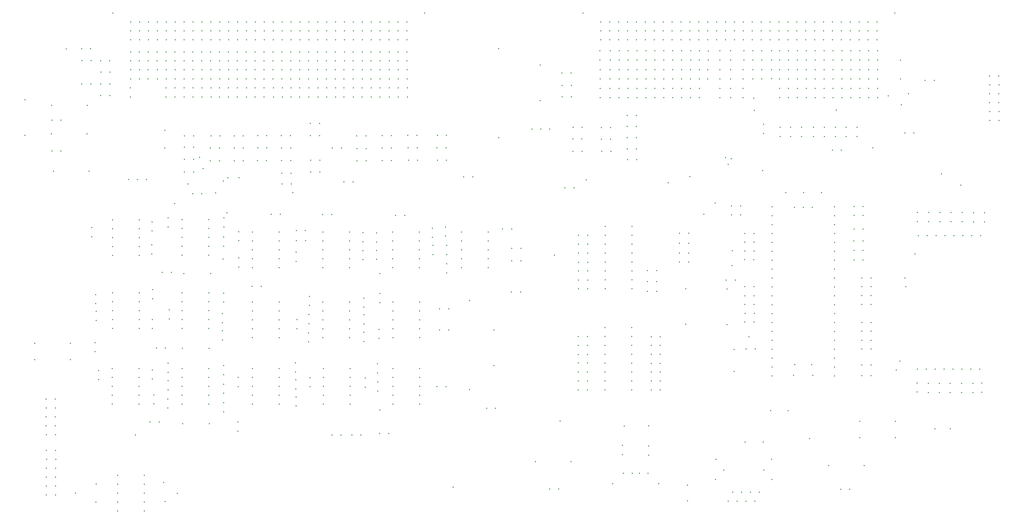
<source format=gbo>
%TF.GenerationSoftware,KiCad,Pcbnew,7.0.5*%
%TF.CreationDate,2024-12-04T21:25:03-05:00*%
%TF.ProjectId,selftest_bd,73656c66-7465-4737-945f-62642e6b6963,2.1*%
%TF.SameCoordinates,Original*%
%TF.FileFunction,Legend,Bot*%
%TF.FilePolarity,Positive*%
%FSLAX46Y46*%
G04 Gerber Fmt 4.6, Leading zero omitted, Abs format (unit mm)*
G04 Created by KiCad (PCBNEW 7.0.5) date 2024-12-04 21:25:03*
%MOMM*%
%LPD*%
G01*
G04 APERTURE LIST*
%ADD10C,0.350000*%
G04 APERTURE END LIST*
D10*
X267259000Y-71315000D03*
X261925000Y-104462000D03*
X264592000Y-80662200D03*
X263372800Y-28770000D03*
X196901000Y-50995000D03*
X71044000Y-59592300D03*
X69977200Y-72813600D03*
X67818200Y-53877300D03*
X59944200Y-51325200D03*
X221462800Y-30395600D03*
X221259600Y-26890400D03*
X210261400Y-56786200D03*
X207086400Y-59986600D03*
X213221100Y-43813332D03*
X223799600Y-47515200D03*
X214020600Y-45774700D03*
X214820100Y-44175700D03*
X203047800Y-49267800D03*
X70085450Y-50505750D03*
X74574600Y-49623400D03*
X265404800Y-25620400D03*
X173558400Y-50156800D03*
X71298000Y-49598000D03*
X164490600Y-71645200D03*
X56210400Y-56938600D03*
X64313000Y-46931000D03*
X44983600Y-122978600D03*
X63322400Y-43756000D03*
X114681200Y-76928400D03*
X89833833Y-53842300D03*
X262941000Y-101922000D03*
X264338000Y-78173000D03*
X205740200Y-26717200D03*
X205740200Y-24117200D03*
X91846600Y-13648665D03*
X91846600Y-16248665D03*
X63959600Y-26548665D03*
X63959600Y-23948665D03*
X243840200Y-26717200D03*
X243840200Y-24117200D03*
X238760200Y-21383200D03*
X238760200Y-18783200D03*
X122859600Y-44548665D03*
X125459600Y-44548665D03*
X215701800Y-98590000D03*
X27923500Y-139564335D03*
X254686000Y-98462200D03*
X252086000Y-98462200D03*
X66559600Y-26548665D03*
X66559600Y-23948665D03*
X248920200Y-15964065D03*
X248920200Y-13364065D03*
X86765187Y-13648665D03*
X86765187Y-16248665D03*
X48559600Y-21348665D03*
X48559600Y-18748665D03*
X233680200Y-26717200D03*
X233680200Y-24117200D03*
X259639000Y-26230000D03*
X202717600Y-73666800D03*
X200117600Y-73666800D03*
X163063200Y-138421800D03*
X165603200Y-138421800D03*
X74422200Y-67560400D03*
X74422200Y-64960400D03*
X185237800Y-38176065D03*
X187837800Y-38176065D03*
X110115200Y-93726200D03*
X110115200Y-96326200D03*
X69828200Y-88398400D03*
X69828200Y-90998400D03*
X121772400Y-60367600D03*
X119172400Y-60367600D03*
X247641200Y-37784065D03*
X247641200Y-35184065D03*
X48644022Y-13648665D03*
X48644022Y-16248665D03*
X61351077Y-13648665D03*
X61351077Y-16248665D03*
X202387400Y-141774600D03*
X191313000Y-120337000D03*
X182880200Y-21383200D03*
X182880200Y-18783200D03*
X185420200Y-21383200D03*
X185420200Y-18783200D03*
X91851005Y-18748665D03*
X91851005Y-21348665D03*
X215981000Y-78808000D03*
X213381000Y-78808000D03*
X211582200Y-15964065D03*
X211582200Y-13364065D03*
X29739600Y-16178665D03*
X32339600Y-16178665D03*
X193552800Y-76115600D03*
X190952800Y-76115600D03*
X182831200Y-26717200D03*
X182831200Y-24117200D03*
X271120600Y-62074000D03*
X271120600Y-59474000D03*
X125948400Y-75221600D03*
X125948400Y-72681600D03*
X125948400Y-70141600D03*
X125948400Y-67601600D03*
X125948400Y-65061600D03*
X118328400Y-65061600D03*
X118328400Y-67601600D03*
X118328400Y-70141600D03*
X118328400Y-72681600D03*
X118328400Y-75221600D03*
X187888600Y-44449865D03*
X185288600Y-44449865D03*
X248920200Y-21383200D03*
X248920200Y-18783200D03*
X180331200Y-21383200D03*
X180331200Y-18783200D03*
X117959600Y-37548665D03*
X115359600Y-37548665D03*
X33723500Y-142164335D03*
X58849600Y-16248665D03*
X58849600Y-13648665D03*
X133742200Y-68921800D03*
X133742200Y-71521800D03*
X126015200Y-114226200D03*
X126015200Y-111686200D03*
X126015200Y-109146200D03*
X126015200Y-106606200D03*
X126015200Y-104066200D03*
X118395200Y-104066200D03*
X118395200Y-106606200D03*
X118395200Y-109146200D03*
X118395200Y-111686200D03*
X118395200Y-114226200D03*
X218757210Y-70463210D03*
X221357210Y-70463210D03*
X89439600Y-51358665D03*
X86839600Y-51358665D03*
X246380200Y-15964065D03*
X246380200Y-13364065D03*
X200660200Y-21383200D03*
X200660200Y-18783200D03*
X54337600Y-63610600D03*
X54337600Y-61010600D03*
X283767800Y-108245000D03*
X283767800Y-110845000D03*
X68975310Y-13648665D03*
X68975310Y-16248665D03*
X173958600Y-68581800D03*
X171358600Y-68581800D03*
X202717600Y-71096800D03*
X200117600Y-71096800D03*
X54661000Y-89887000D03*
X54661000Y-87287000D03*
X112166600Y-18748665D03*
X112166600Y-21348665D03*
X81682365Y-13648665D03*
X81682365Y-16248665D03*
X252457210Y-60363210D03*
X249857210Y-60363210D03*
X97559600Y-47948665D03*
X94959600Y-47948665D03*
X173958600Y-71081800D03*
X171358600Y-71081800D03*
X119859600Y-13648665D03*
X119859600Y-16248665D03*
X218757210Y-83263210D03*
X221357210Y-83263210D03*
X66025200Y-98276200D03*
X58405200Y-98276200D03*
X224129800Y-132960800D03*
X212699800Y-132960800D03*
X222859800Y-139310800D03*
X221589800Y-141850800D03*
X220319800Y-139310800D03*
X219049800Y-141850800D03*
X217779800Y-139310800D03*
X216509800Y-141850800D03*
X215239800Y-139310800D03*
X213969800Y-141850800D03*
X226439800Y-135710800D03*
X226329800Y-129910800D03*
X210499800Y-129910800D03*
X210389800Y-135710800D03*
X84223776Y-13648665D03*
X84223776Y-16248665D03*
X256540200Y-15964065D03*
X256540200Y-13364065D03*
X117959600Y-44648665D03*
X115359600Y-44648665D03*
X122352000Y-5165335D03*
X119812000Y-5165335D03*
X117272000Y-5165335D03*
X114732000Y-5165335D03*
X112192000Y-5165335D03*
X109652000Y-5165335D03*
X107112000Y-5165335D03*
X104572000Y-5165335D03*
X102032000Y-5165335D03*
X99492000Y-5165335D03*
X96952000Y-5165335D03*
X94412000Y-5165335D03*
X91872000Y-5165335D03*
X89332000Y-5165335D03*
X86792000Y-5165335D03*
X84252000Y-5165335D03*
X81712000Y-5165335D03*
X79172000Y-5165335D03*
X76632000Y-5165335D03*
X74092000Y-5165335D03*
X71552000Y-5165335D03*
X69012000Y-5165335D03*
X66472000Y-5165335D03*
X63932000Y-5165335D03*
X61392000Y-5165335D03*
X58852000Y-5165335D03*
X56312000Y-5165335D03*
X53772000Y-5165335D03*
X51232000Y-5165335D03*
X48692000Y-5165335D03*
X46152000Y-5165335D03*
X43612000Y-5165335D03*
X122352000Y-7705335D03*
X119812000Y-7705335D03*
X117272000Y-7705335D03*
X114732000Y-7705335D03*
X112192000Y-7705335D03*
X109652000Y-7705335D03*
X107112000Y-7705335D03*
X104572000Y-7705335D03*
X102032000Y-7705335D03*
X99492000Y-7705335D03*
X96952000Y-7705335D03*
X94412000Y-7705335D03*
X91872000Y-7705335D03*
X89332000Y-7705335D03*
X86792000Y-7705335D03*
X84252000Y-7705335D03*
X81712000Y-7705335D03*
X79172000Y-7705335D03*
X76632000Y-7705335D03*
X74092000Y-7705335D03*
X71552000Y-7705335D03*
X69012000Y-7705335D03*
X66472000Y-7705335D03*
X63932000Y-7705335D03*
X61392000Y-7705335D03*
X58852000Y-7705335D03*
X56312000Y-7705335D03*
X53772000Y-7705335D03*
X51232000Y-7705335D03*
X48692000Y-7705335D03*
X46152000Y-7705335D03*
X43612000Y-7705335D03*
X122352000Y-10245335D03*
X119812000Y-10245335D03*
X117272000Y-10245335D03*
X114732000Y-10245335D03*
X112192000Y-10245335D03*
X109652000Y-10245335D03*
X107112000Y-10245335D03*
X104572000Y-10245335D03*
X102032000Y-10245335D03*
X99492000Y-10245335D03*
X96952000Y-10245335D03*
X94412000Y-10245335D03*
X91872000Y-10245335D03*
X89332000Y-10245335D03*
X86792000Y-10245335D03*
X84252000Y-10245335D03*
X81712000Y-10245335D03*
X79172000Y-10245335D03*
X76632000Y-10245335D03*
X74092000Y-10245335D03*
X71552000Y-10245335D03*
X69012000Y-10245335D03*
X66472000Y-10245335D03*
X63932000Y-10245335D03*
X61392000Y-10245335D03*
X58852000Y-10245335D03*
X56312000Y-10245335D03*
X53772000Y-10245335D03*
X51232000Y-10245335D03*
X48692000Y-10245335D03*
X46152000Y-10245335D03*
X43612000Y-10245335D03*
X127432000Y-2625335D03*
X38532000Y-2625335D03*
X110115200Y-86526200D03*
X110115200Y-83926200D03*
X89369600Y-48278665D03*
X86769600Y-48278665D03*
X53726844Y-13648665D03*
X53726844Y-16248665D03*
X205740200Y-15964065D03*
X205740200Y-13364065D03*
X108059600Y-37648665D03*
X110659600Y-37648665D03*
X131695600Y-86975400D03*
X134295600Y-86975400D03*
X104459600Y-18748665D03*
X104459600Y-21348665D03*
X236220200Y-26717200D03*
X236220200Y-24117200D03*
X198120200Y-26717200D03*
X198120200Y-24117200D03*
X244811200Y-30294000D03*
X63892488Y-13648665D03*
X63892488Y-16248665D03*
X288509600Y-28185800D03*
X291109600Y-28185800D03*
X288569600Y-23105800D03*
X291169600Y-23105800D03*
X58859600Y-21348665D03*
X58859600Y-18748665D03*
X169743800Y-42087665D03*
X172343800Y-42087665D03*
X230391400Y-53826600D03*
X25269600Y-12818665D03*
X19634400Y-137583600D03*
X22234400Y-137583600D03*
X254000200Y-26717200D03*
X254000200Y-24117200D03*
X208331000Y-15996265D03*
X208331000Y-13396265D03*
X51765200Y-119276200D03*
X49165200Y-119276200D03*
X102006600Y-18748665D03*
X102006600Y-21348665D03*
X231140200Y-26717200D03*
X231140200Y-24117200D03*
X54280000Y-107530800D03*
X54280000Y-110130800D03*
X251460200Y-26717200D03*
X251460200Y-24117200D03*
X79156530Y-18748665D03*
X79156530Y-21348665D03*
X46150895Y-18748665D03*
X46150895Y-21348665D03*
X203200200Y-21383200D03*
X203200200Y-18783200D03*
X93451400Y-64634800D03*
X90851400Y-64634800D03*
X195580200Y-26717200D03*
X195580200Y-24117200D03*
X102006600Y-13648665D03*
X102006600Y-16248665D03*
X74066600Y-18748665D03*
X74066600Y-21348665D03*
X261671000Y-123766000D03*
X251511000Y-123766000D03*
X288509600Y-25645800D03*
X291109600Y-25645800D03*
X43599600Y-16248665D03*
X43599600Y-13648665D03*
X252457210Y-57763210D03*
X249857210Y-57763210D03*
X221437000Y-88273000D03*
X218837000Y-88273000D03*
X147215200Y-103186200D03*
X147215200Y-93026200D03*
X187960200Y-26717200D03*
X187960200Y-24117200D03*
X19694400Y-129963600D03*
X22294400Y-129963600D03*
X79859600Y-41048665D03*
X82459600Y-41048665D03*
X35049600Y-16218665D03*
X37649600Y-16218665D03*
X66462055Y-18748665D03*
X66462055Y-21348665D03*
X43586600Y-23948665D03*
X43586600Y-26548665D03*
X170007000Y-52442800D03*
X167407000Y-52442800D03*
X277520600Y-62074000D03*
X277520600Y-59474000D03*
X166561200Y-19664065D03*
X169161200Y-19664065D03*
X205740200Y-21383200D03*
X205740200Y-18783200D03*
X200660200Y-15964065D03*
X200660200Y-13364065D03*
X277267800Y-110845000D03*
X277267800Y-108245000D03*
X19609000Y-115307800D03*
X22209000Y-115307800D03*
X194636200Y-105051600D03*
X192036200Y-105051600D03*
X177531200Y-21383200D03*
X177531200Y-18783200D03*
X94859600Y-37548665D03*
X97459600Y-37548665D03*
X238760200Y-15964065D03*
X238760200Y-13364065D03*
X21056800Y-37050400D03*
X31216800Y-37050400D03*
X47513500Y-144654335D03*
X47513500Y-142114335D03*
X47513500Y-139574335D03*
X47513500Y-137034335D03*
X47513500Y-134494335D03*
X39893500Y-134494335D03*
X39893500Y-137034335D03*
X39893500Y-139574335D03*
X39893500Y-142114335D03*
X39893500Y-144654335D03*
X177831200Y-38574065D03*
X180431200Y-38574065D03*
X195580200Y-15964065D03*
X195580200Y-13364065D03*
X53391000Y-36009000D03*
X256387800Y-5165335D03*
X253847800Y-5165335D03*
X251307800Y-5165335D03*
X248767800Y-5165335D03*
X246227800Y-5165335D03*
X243687800Y-5165335D03*
X241147800Y-5165335D03*
X238607800Y-5165335D03*
X236067800Y-5165335D03*
X233527800Y-5165335D03*
X230987800Y-5165335D03*
X228447800Y-5165335D03*
X225907800Y-5165335D03*
X223367800Y-5165335D03*
X220827800Y-5165335D03*
X218287800Y-5165335D03*
X215747800Y-5165335D03*
X213207800Y-5165335D03*
X210667800Y-5165335D03*
X208127800Y-5165335D03*
X205587800Y-5165335D03*
X203047800Y-5165335D03*
X200507800Y-5165335D03*
X197967800Y-5165335D03*
X195427800Y-5165335D03*
X192887800Y-5165335D03*
X190347800Y-5165335D03*
X187807800Y-5165335D03*
X185267800Y-5165335D03*
X182727800Y-5165335D03*
X180187800Y-5165335D03*
X177647800Y-5165335D03*
X256387800Y-7705335D03*
X253847800Y-7705335D03*
X251307800Y-7705335D03*
X248767800Y-7705335D03*
X246227800Y-7705335D03*
X243687800Y-7705335D03*
X241147800Y-7705335D03*
X238607800Y-7705335D03*
X236067800Y-7705335D03*
X233527800Y-7705335D03*
X230987800Y-7705335D03*
X228447800Y-7705335D03*
X225907800Y-7705335D03*
X223367800Y-7705335D03*
X220827800Y-7705335D03*
X218287800Y-7705335D03*
X215747800Y-7705335D03*
X213207800Y-7705335D03*
X210667800Y-7705335D03*
X208127800Y-7705335D03*
X205587800Y-7705335D03*
X203047800Y-7705335D03*
X200507800Y-7705335D03*
X197967800Y-7705335D03*
X195427800Y-7705335D03*
X192887800Y-7705335D03*
X190347800Y-7705335D03*
X187807800Y-7705335D03*
X185267800Y-7705335D03*
X182727800Y-7705335D03*
X180187800Y-7705335D03*
X177647800Y-7705335D03*
X256387800Y-10245335D03*
X253847800Y-10245335D03*
X251307800Y-10245335D03*
X248767800Y-10245335D03*
X246227800Y-10245335D03*
X243687800Y-10245335D03*
X241147800Y-10245335D03*
X238607800Y-10245335D03*
X236067800Y-10245335D03*
X233527800Y-10245335D03*
X230987800Y-10245335D03*
X228447800Y-10245335D03*
X225907800Y-10245335D03*
X223367800Y-10245335D03*
X220827800Y-10245335D03*
X218287800Y-10245335D03*
X215747800Y-10245335D03*
X213207800Y-10245335D03*
X210667800Y-10245335D03*
X208127800Y-10245335D03*
X205587800Y-10245335D03*
X203047800Y-10245335D03*
X200507800Y-10245335D03*
X197967800Y-10245335D03*
X195427800Y-10245335D03*
X192887800Y-10245335D03*
X190347800Y-10245335D03*
X187807800Y-10245335D03*
X185267800Y-10245335D03*
X182727800Y-10245335D03*
X180187800Y-10245335D03*
X177647800Y-10245335D03*
X261467800Y-2625335D03*
X172567800Y-2625335D03*
X215701800Y-104889200D03*
X86015200Y-75196200D03*
X86015200Y-72656200D03*
X86015200Y-70116200D03*
X86015200Y-67576200D03*
X86015200Y-65036200D03*
X78395200Y-65036200D03*
X78395200Y-67576200D03*
X78395200Y-70116200D03*
X78395200Y-72656200D03*
X78395200Y-75196200D03*
X76599543Y-13648665D03*
X76599543Y-16248665D03*
X122659600Y-37448665D03*
X125259600Y-37448665D03*
X86773215Y-18748665D03*
X86773215Y-21348665D03*
X157988200Y-35708600D03*
X160528200Y-35708600D03*
X163068200Y-35708600D03*
X246283200Y-41698600D03*
X243683200Y-41698600D03*
X70155000Y-113792000D03*
X70155000Y-116392000D03*
X90779800Y-70857800D03*
X90779800Y-73457800D03*
X114759600Y-18748665D03*
X114759600Y-21348665D03*
X203200200Y-26717200D03*
X203200200Y-24117200D03*
X113741400Y-67916000D03*
X113741400Y-65316000D03*
X185187000Y-31775265D03*
X187787000Y-31775265D03*
X187812400Y-41401865D03*
X185212400Y-41401865D03*
X117359600Y-18748665D03*
X117359600Y-21348665D03*
X186588600Y-81271800D03*
X186588600Y-78731800D03*
X186588600Y-76191800D03*
X186588600Y-73651800D03*
X186588600Y-71111800D03*
X186588600Y-68571800D03*
X186588600Y-66031800D03*
X186588600Y-63491800D03*
X178968600Y-63491800D03*
X178968600Y-66031800D03*
X178968600Y-68571800D03*
X178968600Y-71111800D03*
X178968600Y-73651800D03*
X178968600Y-76191800D03*
X178968600Y-78731800D03*
X178968600Y-81271800D03*
X54280000Y-105101600D03*
X54280000Y-102501600D03*
X254686000Y-85762200D03*
X252086000Y-85762200D03*
X107039600Y-13648665D03*
X107039600Y-16248665D03*
X214905000Y-57599000D03*
X217505000Y-57599000D03*
X186436200Y-110151600D03*
X186436200Y-107611600D03*
X186436200Y-105071600D03*
X186436200Y-102531600D03*
X186436200Y-99991600D03*
X186436200Y-97451600D03*
X186436200Y-94911600D03*
X186436200Y-92371600D03*
X178816200Y-92371600D03*
X178816200Y-94911600D03*
X178816200Y-97451600D03*
X178816200Y-99991600D03*
X178816200Y-102531600D03*
X178816200Y-105071600D03*
X178816200Y-107611600D03*
X178816200Y-110151600D03*
X231111000Y-116019000D03*
X226111000Y-116019000D03*
X198120200Y-21383200D03*
X198120200Y-18783200D03*
X114415200Y-92826200D03*
X114415200Y-95426200D03*
X173836200Y-105051600D03*
X171236200Y-105051600D03*
X79759600Y-44648665D03*
X82359600Y-44648665D03*
X254686000Y-95962200D03*
X252086000Y-95962200D03*
X218186200Y-21383200D03*
X218186200Y-18783200D03*
X219888000Y-94937000D03*
X97559600Y-44548665D03*
X94959600Y-44548665D03*
X50215200Y-114126200D03*
X50215200Y-111526200D03*
X94615200Y-83426200D03*
X94615200Y-86026200D03*
X119959600Y-18748665D03*
X119959600Y-21348665D03*
X89259600Y-44648665D03*
X86659600Y-44648665D03*
X93476800Y-67555800D03*
X90876800Y-67555800D03*
X254686000Y-80662200D03*
X252086000Y-80662200D03*
X112259600Y-26548665D03*
X112259600Y-23948665D03*
X46085200Y-71756200D03*
X46085200Y-69216200D03*
X46085200Y-66676200D03*
X46085200Y-64136200D03*
X46085200Y-61596200D03*
X38465200Y-61596200D03*
X38465200Y-64136200D03*
X38465200Y-66676200D03*
X38465200Y-69216200D03*
X38465200Y-71756200D03*
X81695425Y-18748665D03*
X81695425Y-21348665D03*
X254000200Y-15964065D03*
X254000200Y-13364065D03*
X99467690Y-18748665D03*
X99467690Y-21348665D03*
X201854000Y-91381000D03*
X201854000Y-81221000D03*
X173958600Y-65981800D03*
X171358600Y-65981800D03*
X177531200Y-26717200D03*
X177531200Y-24117200D03*
X80903800Y-80586000D03*
X78303800Y-80586000D03*
X129794200Y-68897400D03*
X129794200Y-71497400D03*
X23779200Y-33189600D03*
X21179200Y-33189600D03*
X254686000Y-90862200D03*
X252086000Y-90862200D03*
X177831200Y-35274065D03*
X180431200Y-35274065D03*
X148539400Y-38142600D03*
X148539400Y-12742600D03*
X68986600Y-23948665D03*
X68986600Y-26548665D03*
X112159600Y-13648665D03*
X112159600Y-16248665D03*
X246380200Y-26717200D03*
X246380200Y-24117200D03*
X173836200Y-110151600D03*
X171236200Y-110151600D03*
X101011400Y-123004000D03*
X103611400Y-123004000D03*
X267867800Y-110745000D03*
X267867800Y-108145000D03*
X211582200Y-26717200D03*
X211582200Y-24117200D03*
X130915200Y-109226200D03*
X133515200Y-109226200D03*
X185187000Y-34950265D03*
X187787000Y-34950265D03*
X198120200Y-15964065D03*
X198120200Y-13364065D03*
X194636200Y-99951600D03*
X192036200Y-99951600D03*
X194636200Y-94951600D03*
X192036200Y-94951600D03*
X113970000Y-102654000D03*
X113970000Y-105254000D03*
X89306600Y-13648665D03*
X89306600Y-16248665D03*
X66359600Y-44748665D03*
X68959600Y-44748665D03*
X172291200Y-38484065D03*
X169691200Y-38484065D03*
X173836200Y-102451600D03*
X171236200Y-102451600D03*
X283920600Y-62174000D03*
X283920600Y-59574000D03*
X185420200Y-15964065D03*
X185420200Y-13364065D03*
X263131200Y-16054065D03*
X86015200Y-114226200D03*
X86015200Y-111686200D03*
X86015200Y-109146200D03*
X86015200Y-106606200D03*
X86015200Y-104066200D03*
X78395200Y-104066200D03*
X78395200Y-106606200D03*
X78395200Y-109146200D03*
X78395200Y-111686200D03*
X78395200Y-114226200D03*
X220980200Y-21383200D03*
X220980200Y-18783200D03*
X228600200Y-21383200D03*
X228600200Y-18783200D03*
X58959600Y-37648665D03*
X61559600Y-37648665D03*
X37729600Y-26138665D03*
X35129600Y-26138665D03*
X70205800Y-63598000D03*
X70205800Y-60998000D03*
X46085200Y-92616200D03*
X46085200Y-90076200D03*
X46085200Y-87536200D03*
X46085200Y-84996200D03*
X46085200Y-82456200D03*
X38465200Y-82456200D03*
X38465200Y-84996200D03*
X38465200Y-87536200D03*
X38465200Y-90076200D03*
X38465200Y-92616200D03*
X231781200Y-37784065D03*
X231781200Y-35184065D03*
X180340200Y-15964065D03*
X180340200Y-13364065D03*
X154892200Y-73271800D03*
X152292200Y-73271800D03*
X117175000Y-122597600D03*
X114575000Y-122597600D03*
X58859600Y-26548665D03*
X58859600Y-23948665D03*
X99559600Y-23948665D03*
X99559600Y-26548665D03*
X274320600Y-62074000D03*
X274320600Y-59474000D03*
X122359600Y-13648665D03*
X122359600Y-16248665D03*
X252457210Y-70363210D03*
X249857210Y-70363210D03*
X86893600Y-23948665D03*
X86893600Y-26548665D03*
X272923200Y-121175200D03*
X119959600Y-23948665D03*
X119959600Y-26548665D03*
X166661200Y-23234065D03*
X169261200Y-23234065D03*
X106015200Y-75221600D03*
X106015200Y-72681600D03*
X106015200Y-70141600D03*
X106015200Y-67601600D03*
X106015200Y-65061600D03*
X98395200Y-65061600D03*
X98395200Y-67601600D03*
X98395200Y-70141600D03*
X98395200Y-72681600D03*
X98395200Y-75221600D03*
X254686000Y-93362200D03*
X252086000Y-93362200D03*
X46015200Y-114226200D03*
X46015200Y-111686200D03*
X46015200Y-109146200D03*
X46015200Y-106606200D03*
X46015200Y-104066200D03*
X38395200Y-104066200D03*
X38395200Y-106606200D03*
X38395200Y-109146200D03*
X38395200Y-111686200D03*
X38395200Y-114226200D03*
X74315200Y-109176200D03*
X74315200Y-106576200D03*
X223952000Y-125010600D03*
X101159600Y-41148665D03*
X103759600Y-41148665D03*
X241300200Y-26717200D03*
X241300200Y-24117200D03*
X214630200Y-21383200D03*
X214630200Y-18783200D03*
X106215200Y-114226200D03*
X106215200Y-111686200D03*
X106215200Y-109146200D03*
X106215200Y-106606200D03*
X106215200Y-104066200D03*
X98595200Y-104066200D03*
X98595200Y-106606200D03*
X98595200Y-109146200D03*
X98595200Y-111686200D03*
X98595200Y-114226200D03*
X76617635Y-18748665D03*
X76617635Y-21348665D03*
X19634400Y-127423600D03*
X22234400Y-127423600D03*
X86015200Y-95226200D03*
X86015200Y-92686200D03*
X86015200Y-90146200D03*
X86015200Y-87606200D03*
X86015200Y-85066200D03*
X78395200Y-85066200D03*
X78395200Y-87606200D03*
X78395200Y-90146200D03*
X78395200Y-92686200D03*
X78395200Y-95226200D03*
X194636200Y-97451600D03*
X192036200Y-97451600D03*
X117359600Y-13648665D03*
X117359600Y-16248665D03*
X228600200Y-26717200D03*
X228600200Y-24117200D03*
X218821200Y-125010600D03*
X32229600Y-12788665D03*
X29629600Y-12788665D03*
X141178000Y-49369400D03*
X138578000Y-49369400D03*
X31801000Y-47693000D03*
X21641000Y-47693000D03*
X29689600Y-22838665D03*
X32289600Y-22838665D03*
X135585400Y-137913800D03*
X94815200Y-109226200D03*
X94815200Y-106626200D03*
X89359600Y-23948665D03*
X89359600Y-26548665D03*
X110215200Y-88726200D03*
X110215200Y-91326200D03*
X51259600Y-21348665D03*
X51259600Y-18748665D03*
X114759600Y-13648665D03*
X114759600Y-16248665D03*
X84353600Y-23948665D03*
X84353600Y-26548665D03*
X288509600Y-20565800D03*
X291109600Y-20565800D03*
X195580200Y-21383200D03*
X195580200Y-18783200D03*
X252437000Y-67623000D03*
X249837000Y-67623000D03*
X19609000Y-122927800D03*
X22209000Y-122927800D03*
X191278400Y-128715065D03*
X191278400Y-126115065D03*
X104559600Y-13648665D03*
X104559600Y-16248665D03*
X241300200Y-15964065D03*
X241300200Y-13364065D03*
X223520200Y-15964065D03*
X223520200Y-13364065D03*
X114706600Y-115917400D03*
X37749600Y-19478665D03*
X35149600Y-19478665D03*
X94365200Y-96426200D03*
X94365200Y-93826200D03*
X133559600Y-41048665D03*
X130959600Y-41048665D03*
X53746600Y-23948665D03*
X53746600Y-26548665D03*
X286309000Y-108191200D03*
X286309000Y-110791200D03*
X70155000Y-111092000D03*
X70155000Y-108492000D03*
X224053600Y-36978800D03*
X224053600Y-34378800D03*
X55225200Y-76626200D03*
X52625200Y-76626200D03*
X226314200Y-21334865D03*
X226314200Y-18734865D03*
X177431200Y-15964065D03*
X177431200Y-13364065D03*
X194636200Y-107551600D03*
X192036200Y-107551600D03*
X61389600Y-26548665D03*
X61389600Y-23948665D03*
X182880200Y-15964065D03*
X182880200Y-13364065D03*
X83684000Y-59961200D03*
X86284000Y-59961200D03*
X94386600Y-13648665D03*
X94386600Y-16248665D03*
X13513000Y-37482200D03*
X13513000Y-27322200D03*
X114681200Y-85213400D03*
X114681200Y-82613400D03*
X254686000Y-102991990D03*
X252086000Y-102991990D03*
X234941200Y-37784065D03*
X234941200Y-35184065D03*
X84234320Y-18748665D03*
X84234320Y-21348665D03*
X56306475Y-18748665D03*
X56306475Y-21348665D03*
X218637000Y-72963210D03*
X221237000Y-72963210D03*
X193040200Y-21383200D03*
X193040200Y-18783200D03*
X183848400Y-128555065D03*
X183848400Y-125955065D03*
X208178600Y-21383200D03*
X208178600Y-18783200D03*
X166040000Y-119016200D03*
X169164200Y-130598600D03*
X159004200Y-130598600D03*
X154792400Y-82211600D03*
X152192400Y-82211600D03*
X251460200Y-15964065D03*
X251460200Y-13364065D03*
X243840200Y-21383200D03*
X243840200Y-18783200D03*
X66375200Y-76926200D03*
X58755200Y-76926200D03*
X173836200Y-107551600D03*
X171236200Y-107551600D03*
X109559600Y-26548665D03*
X109559600Y-23948665D03*
X202717600Y-65396800D03*
X200117600Y-65396800D03*
X109659600Y-18748665D03*
X109659600Y-21348665D03*
X56268255Y-13648665D03*
X56268255Y-16248665D03*
X109275600Y-123004000D03*
X106675600Y-123004000D03*
X49715200Y-62176200D03*
X49715200Y-64776200D03*
X173836200Y-100051600D03*
X171236200Y-100051600D03*
X96928795Y-18748665D03*
X96928795Y-21348665D03*
X61306600Y-54144600D03*
X63906600Y-54144600D03*
X184138400Y-133885065D03*
X186638400Y-133885065D03*
X188638400Y-133885065D03*
X191138400Y-133885065D03*
X181068400Y-136885065D03*
X194208400Y-136885065D03*
X193552800Y-79175600D03*
X190952800Y-79175600D03*
X69000950Y-18748665D03*
X69000950Y-21348665D03*
X268135600Y-66085600D03*
X270675600Y-66085600D03*
X273215600Y-66085600D03*
X275755600Y-66085600D03*
X278295600Y-66085600D03*
X280835600Y-66085600D03*
X283375600Y-66085600D03*
X285915600Y-66085600D03*
X35079600Y-22838665D03*
X37679600Y-22838665D03*
X79859600Y-37548665D03*
X82459600Y-37548665D03*
X280720600Y-62074000D03*
X280720600Y-59474000D03*
X220980200Y-15964065D03*
X220980200Y-13364065D03*
X190500200Y-21383200D03*
X190500200Y-18783200D03*
X133659600Y-44548665D03*
X131059600Y-44548665D03*
X250761200Y-37784065D03*
X250761200Y-35184065D03*
X190500200Y-15964065D03*
X190500200Y-13364065D03*
X91846600Y-23948665D03*
X91846600Y-26548665D03*
X66559600Y-37648665D03*
X69159600Y-37648665D03*
X53023500Y-136564335D03*
X287020600Y-62174000D03*
X287020600Y-59574000D03*
X91075200Y-92696200D03*
X91075200Y-90096200D03*
X270150000Y-21785000D03*
X272750000Y-21785000D03*
X19634400Y-140123600D03*
X22234400Y-140123600D03*
X126015200Y-95226200D03*
X126015200Y-92686200D03*
X126015200Y-90146200D03*
X126015200Y-87606200D03*
X126015200Y-85066200D03*
X118395200Y-85066200D03*
X118395200Y-87606200D03*
X118395200Y-90146200D03*
X118395200Y-92686200D03*
X118395200Y-95226200D03*
X194636200Y-102551600D03*
X192036200Y-102551600D03*
X173958600Y-76181800D03*
X171358600Y-76181800D03*
X218757210Y-90763210D03*
X221357210Y-90763210D03*
X75759600Y-44748665D03*
X73159600Y-44748665D03*
X254686000Y-83162200D03*
X252086000Y-83162200D03*
X228771200Y-37784065D03*
X228771200Y-35184065D03*
X122559600Y-23948665D03*
X122559600Y-26548665D03*
X99466600Y-13648665D03*
X99466600Y-16248665D03*
X100969800Y-60113600D03*
X98369800Y-60113600D03*
X108159600Y-41248665D03*
X110759600Y-41248665D03*
X254000200Y-21383200D03*
X254000200Y-18783200D03*
X53565200Y-98176200D03*
X50965200Y-98176200D03*
X254686000Y-106062200D03*
X252086000Y-106062200D03*
X53423500Y-141964335D03*
X74066600Y-23948665D03*
X74066600Y-26548665D03*
X102059600Y-23948665D03*
X102059600Y-26548665D03*
X233680200Y-15964065D03*
X233680200Y-13364065D03*
X194636200Y-110151600D03*
X192036200Y-110151600D03*
X71526600Y-23948665D03*
X71526600Y-26548665D03*
X173958600Y-73681800D03*
X171358600Y-73681800D03*
X274752000Y-48455000D03*
X218757210Y-67963210D03*
X221357210Y-67963210D03*
X193040200Y-26717200D03*
X193040200Y-24117200D03*
X145542200Y-75205600D03*
X145542200Y-72665600D03*
X145542200Y-70125600D03*
X145542200Y-67585600D03*
X145542200Y-65045600D03*
X137922200Y-65045600D03*
X137922200Y-67585600D03*
X137922200Y-70125600D03*
X137922200Y-72665600D03*
X137922200Y-75205600D03*
X271067800Y-110845000D03*
X271067800Y-108245000D03*
X79146600Y-23948665D03*
X79146600Y-26548665D03*
X240551400Y-53826600D03*
X235471400Y-53826600D03*
X274167800Y-110845000D03*
X274167800Y-108245000D03*
X65938600Y-71670600D03*
X65938600Y-69130600D03*
X65938600Y-66590600D03*
X65938600Y-64050600D03*
X65938600Y-61510600D03*
X58318600Y-61510600D03*
X58318600Y-64050600D03*
X58318600Y-66590600D03*
X58318600Y-69130600D03*
X58318600Y-71670600D03*
X61559600Y-47948665D03*
X58959600Y-47948665D03*
X203331200Y-15964065D03*
X203331200Y-13364065D03*
X202387400Y-137278800D03*
X21133000Y-28897000D03*
X31293000Y-28897000D03*
X19549000Y-120387800D03*
X22149000Y-120387800D03*
X104459600Y-50748665D03*
X107059600Y-50748665D03*
X33823500Y-136964335D03*
X185420200Y-26717200D03*
X185420200Y-24117200D03*
X16306200Y-101466600D03*
X26466200Y-101466600D03*
X89159600Y-37548665D03*
X86559600Y-37548665D03*
X193552800Y-81995600D03*
X190952800Y-81995600D03*
X236220200Y-21383200D03*
X236220200Y-18783200D03*
X114071600Y-110461000D03*
X114071600Y-107861000D03*
X223520200Y-21383200D03*
X223520200Y-18783200D03*
X264379144Y-36771000D03*
X266879144Y-36771000D03*
X173836200Y-94851600D03*
X171236200Y-94851600D03*
X108159600Y-44748665D03*
X110759600Y-44748665D03*
X19634400Y-135043600D03*
X22234400Y-135043600D03*
X81686600Y-23948665D03*
X81686600Y-26548665D03*
X226314200Y-15964065D03*
X226314200Y-13364065D03*
X94859600Y-34048665D03*
X97459600Y-34048665D03*
X238277864Y-37784065D03*
X238277864Y-35184065D03*
X104459600Y-23948665D03*
X104459600Y-26548665D03*
X280567800Y-110845000D03*
X280567800Y-108245000D03*
X288569600Y-30725800D03*
X291169600Y-30725800D03*
X110515200Y-106726200D03*
X110515200Y-109326200D03*
X129667200Y-66595200D03*
X129667200Y-63995200D03*
X109871000Y-72981600D03*
X109871000Y-70381600D03*
X173836200Y-97451600D03*
X171236200Y-97451600D03*
X218757210Y-85763000D03*
X221357210Y-85763000D03*
X255244800Y-41020865D03*
X180331200Y-26717200D03*
X180331200Y-24117200D03*
X69828200Y-93298400D03*
X69828200Y-95898400D03*
X177931200Y-42074065D03*
X180531200Y-42074065D03*
X34465200Y-104576200D03*
X34465200Y-107176200D03*
X231140200Y-21383200D03*
X231140200Y-18783200D03*
X152292200Y-69771800D03*
X154892200Y-69771800D03*
X184329400Y-120414465D03*
X280289200Y-51680800D03*
X106015200Y-95226200D03*
X106015200Y-92686200D03*
X106015200Y-90146200D03*
X106015200Y-87606200D03*
X106015200Y-85066200D03*
X98395200Y-85066200D03*
X98395200Y-87606200D03*
X98395200Y-90146200D03*
X98395200Y-92686200D03*
X98395200Y-95226200D03*
X66433899Y-13648665D03*
X66433899Y-16248665D03*
X238760200Y-26717200D03*
X238760200Y-24117200D03*
X277292000Y-121226000D03*
X131695600Y-93035400D03*
X134295600Y-93035400D03*
X97059600Y-26548665D03*
X97059600Y-23948665D03*
X160426600Y-27550800D03*
X160426600Y-17390800D03*
X218757210Y-65463210D03*
X221357210Y-65463210D03*
X187960200Y-15964065D03*
X187960200Y-13364065D03*
X256540200Y-26717200D03*
X256540200Y-24117200D03*
X236220200Y-15964065D03*
X236220200Y-13364065D03*
X56286600Y-23948665D03*
X56286600Y-26548665D03*
X23779200Y-41952600D03*
X21179200Y-41952600D03*
X228600200Y-15964065D03*
X228600200Y-13364065D03*
X213665000Y-91508000D03*
X213665000Y-81348000D03*
X61384265Y-18748665D03*
X61384265Y-21348665D03*
X145125000Y-115384000D03*
X147625000Y-115384000D03*
X241421200Y-37784065D03*
X241421200Y-35184065D03*
X49665200Y-68726200D03*
X49665200Y-71326200D03*
X215176800Y-70446800D03*
X173958600Y-81281800D03*
X171358600Y-81281800D03*
X218186200Y-26717200D03*
X218186200Y-24117200D03*
X74447600Y-72458000D03*
X74447600Y-75058000D03*
X76659600Y-26548665D03*
X76659600Y-23948665D03*
X187960200Y-21383200D03*
X187960200Y-18783200D03*
X246380200Y-21383200D03*
X246380200Y-18783200D03*
X200660200Y-26717200D03*
X200660200Y-24117200D03*
X75759600Y-41148665D03*
X73159600Y-41148665D03*
X215062000Y-74617000D03*
X133381700Y-63596800D03*
X133381700Y-66196800D03*
X113741400Y-70299000D03*
X113741400Y-72899000D03*
X117359600Y-23948665D03*
X117359600Y-26548665D03*
X288569600Y-33265800D03*
X291169600Y-33265800D03*
X65928200Y-114226200D03*
X65928200Y-111686200D03*
X65928200Y-109146200D03*
X65928200Y-106606200D03*
X65928200Y-104066200D03*
X58308200Y-104066200D03*
X58308200Y-106606200D03*
X58308200Y-109146200D03*
X58308200Y-111686200D03*
X58308200Y-114226200D03*
X263131200Y-21394065D03*
X33685200Y-85516200D03*
X33685200Y-82916200D03*
X237210800Y-124045400D03*
X54254600Y-112717000D03*
X54254600Y-115317000D03*
X252457210Y-73063210D03*
X249857210Y-73063210D03*
X71539845Y-18748665D03*
X71539845Y-21348665D03*
X256540200Y-21383200D03*
X256540200Y-18783200D03*
X243840200Y-15964065D03*
X243840200Y-13364065D03*
X90615200Y-102426200D03*
X90615200Y-105026200D03*
X214630200Y-26717200D03*
X214630200Y-24117200D03*
X66040200Y-119778200D03*
X58420200Y-119778200D03*
X122459600Y-18748665D03*
X122459600Y-21348665D03*
X94389900Y-18748665D03*
X94389900Y-21348665D03*
X74168200Y-121865600D03*
X74168200Y-119265600D03*
X33782200Y-90268000D03*
X33782200Y-87668000D03*
X254686000Y-78162200D03*
X252086000Y-78162200D03*
X19549000Y-112767800D03*
X22149000Y-112767800D03*
X53391000Y-41089000D03*
X107159600Y-23948665D03*
X107159600Y-26548665D03*
X49785200Y-90026200D03*
X49785200Y-92626200D03*
X214630200Y-15964065D03*
X214630200Y-13364065D03*
X252457210Y-64273000D03*
X249857210Y-64273000D03*
X221657210Y-98463210D03*
X219057210Y-98463210D03*
X233680200Y-21383200D03*
X233680200Y-18783200D03*
X70128200Y-85098400D03*
X70128200Y-82498400D03*
X211582200Y-21383200D03*
X211582200Y-18783200D03*
X89259600Y-41148665D03*
X86659600Y-41148665D03*
X16256200Y-96816600D03*
X26416200Y-96816600D03*
X56947000Y-139641000D03*
X46129600Y-16248665D03*
X46129600Y-13648665D03*
X214905000Y-60199000D03*
X217505000Y-60199000D03*
X32515200Y-63826200D03*
X32515200Y-66426200D03*
X19549000Y-117847800D03*
X22149000Y-117847800D03*
X117959600Y-41148665D03*
X115359600Y-41148665D03*
X109647766Y-13648665D03*
X109647766Y-16248665D03*
X51185433Y-13648665D03*
X51185433Y-16248665D03*
X90815200Y-114726200D03*
X90815200Y-112126200D03*
X49865200Y-84126200D03*
X49865200Y-81526200D03*
X66359600Y-41148665D03*
X68959600Y-41148665D03*
X190500200Y-26717200D03*
X190500200Y-24117200D03*
X33515200Y-99226200D03*
X33515200Y-96626200D03*
X172361200Y-35204065D03*
X169761200Y-35204065D03*
X166661200Y-26484065D03*
X169261200Y-26484065D03*
X244531200Y-37784065D03*
X244531200Y-35184065D03*
X89312110Y-18748665D03*
X89312110Y-21348665D03*
X58959600Y-40848665D03*
X61559600Y-40848665D03*
X74058132Y-13648665D03*
X74058132Y-16248665D03*
X202717600Y-68316800D03*
X200117600Y-68316800D03*
X173958600Y-78781800D03*
X171358600Y-78781800D03*
X238107000Y-105983000D03*
X237807000Y-102953000D03*
X232957000Y-102953000D03*
X232657000Y-105983000D03*
X244272000Y-106113000D03*
X244272000Y-103573000D03*
X244272000Y-101033000D03*
X244272000Y-98493000D03*
X244272000Y-95953000D03*
X244272000Y-93413000D03*
X244272000Y-90873000D03*
X244272000Y-88333000D03*
X244272000Y-85793000D03*
X244272000Y-83253000D03*
X244272000Y-80713000D03*
X244272000Y-78173000D03*
X244272000Y-75633000D03*
X244272000Y-73093000D03*
X244272000Y-70553000D03*
X244272000Y-68013000D03*
X244272000Y-65473000D03*
X244272000Y-62933000D03*
X244272000Y-60393000D03*
X244272000Y-57853000D03*
X226492000Y-57853000D03*
X226492000Y-60393000D03*
X226492000Y-62933000D03*
X226492000Y-65473000D03*
X226492000Y-68013000D03*
X226492000Y-70553000D03*
X226492000Y-73093000D03*
X226492000Y-75633000D03*
X226492000Y-78173000D03*
X226492000Y-80713000D03*
X226492000Y-83253000D03*
X226492000Y-85793000D03*
X226492000Y-88333000D03*
X226492000Y-90873000D03*
X226492000Y-93413000D03*
X226492000Y-95953000D03*
X226492000Y-98493000D03*
X226492000Y-101033000D03*
X226492000Y-103573000D03*
X226492000Y-106113000D03*
X237922000Y-58083000D03*
X235382000Y-58083000D03*
X232842000Y-58083000D03*
X43078600Y-50055200D03*
X45618600Y-50055200D03*
X48158600Y-50055200D03*
X122759600Y-41048665D03*
X125359600Y-41048665D03*
X231140200Y-15964065D03*
X231140200Y-13364065D03*
X49815200Y-104426200D03*
X49815200Y-107026200D03*
X61559600Y-44348665D03*
X58959600Y-44348665D03*
X152242200Y-64221800D03*
X149642200Y-64221800D03*
X251460200Y-21383200D03*
X251460200Y-18783200D03*
X70180400Y-69109800D03*
X70180400Y-66509800D03*
X193040200Y-15964065D03*
X193040200Y-13364065D03*
X75759600Y-37648665D03*
X73159600Y-37648665D03*
X65928200Y-92616200D03*
X65928200Y-90076200D03*
X65928200Y-87536200D03*
X65928200Y-84996200D03*
X65928200Y-82456200D03*
X58308200Y-82456200D03*
X58308200Y-84996200D03*
X58308200Y-87536200D03*
X58308200Y-90076200D03*
X58308200Y-92616200D03*
X70155000Y-105792000D03*
X70155000Y-103192000D03*
X140215200Y-110026200D03*
X140215200Y-84626200D03*
X96926600Y-13648665D03*
X96926600Y-16248665D03*
X79140954Y-13648665D03*
X79140954Y-16248665D03*
X133742200Y-76721800D03*
X133742200Y-74121800D03*
X90715200Y-107226200D03*
X90715200Y-109826200D03*
X71516721Y-13648665D03*
X71516721Y-16248665D03*
X109811000Y-67861600D03*
X109811000Y-65261600D03*
X218440200Y-15964065D03*
X218440200Y-13364065D03*
X133659600Y-37448665D03*
X131059600Y-37448665D03*
X63923160Y-18748665D03*
X63923160Y-21348665D03*
X53767580Y-18748665D03*
X53767580Y-21348665D03*
X246045000Y-138523400D03*
X248585000Y-138523400D03*
X252806400Y-131741600D03*
X242646400Y-131741600D03*
X43612000Y-18748665D03*
X43612000Y-21348665D03*
X267920600Y-62074000D03*
X267920600Y-59474000D03*
X19634400Y-132503600D03*
X22234400Y-132503600D03*
X114659600Y-23948665D03*
X114659600Y-26548665D03*
X107059600Y-18748665D03*
X107059600Y-21348665D03*
X94465200Y-91226200D03*
X94465200Y-88626200D03*
X94459600Y-26548665D03*
X94459600Y-23948665D03*
X248920200Y-26717200D03*
X248920200Y-24117200D03*
X261671000Y-119067000D03*
X251511000Y-119067000D03*
X267932000Y-104185600D03*
X270472000Y-104185600D03*
X273012000Y-104185600D03*
X275552000Y-104185600D03*
X278092000Y-104185600D03*
X280632000Y-104185600D03*
X283172000Y-104185600D03*
X285712000Y-104185600D03*
X221357210Y-80663210D03*
X218757210Y-80663210D03*
X241300200Y-21383200D03*
X241300200Y-18783200D03*
M02*

</source>
